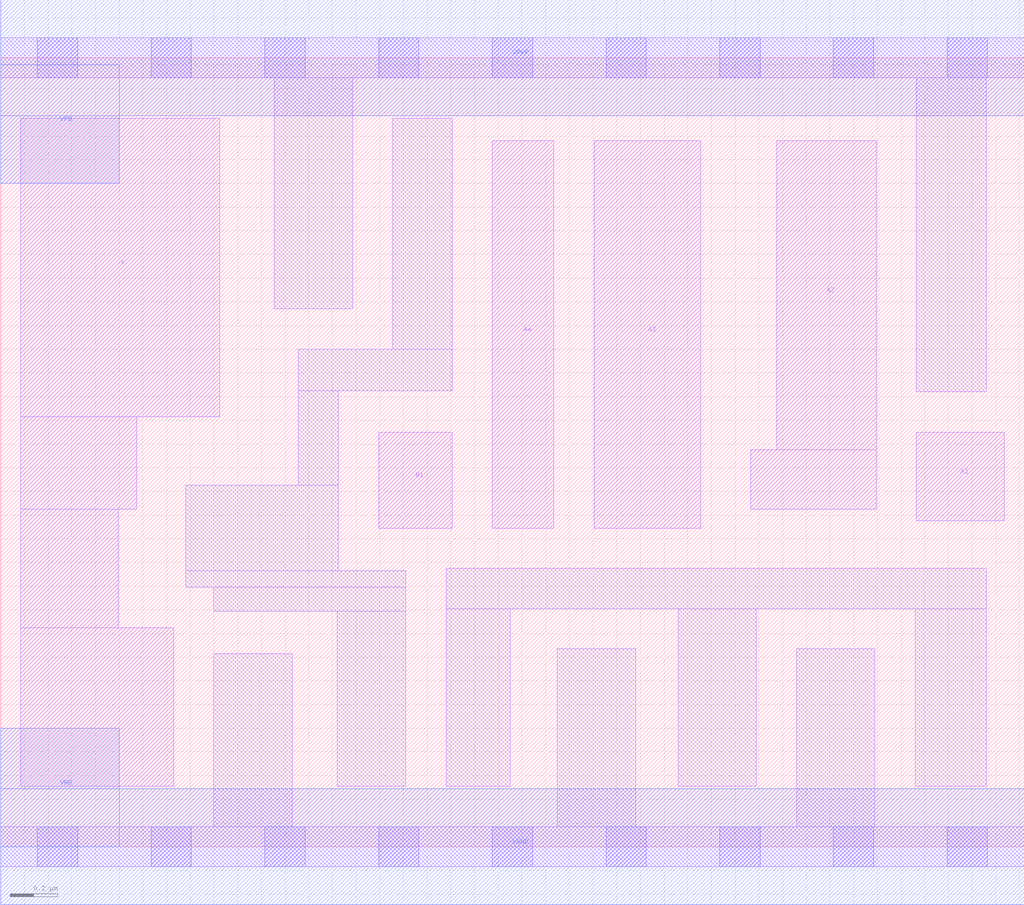
<source format=lef>
# Copyright 2020 The SkyWater PDK Authors
#
# Licensed under the Apache License, Version 2.0 (the "License");
# you may not use this file except in compliance with the License.
# You may obtain a copy of the License at
#
#     https://www.apache.org/licenses/LICENSE-2.0
#
# Unless required by applicable law or agreed to in writing, software
# distributed under the License is distributed on an "AS IS" BASIS,
# WITHOUT WARRANTIES OR CONDITIONS OF ANY KIND, either express or implied.
# See the License for the specific language governing permissions and
# limitations under the License.
#
# SPDX-License-Identifier: Apache-2.0

VERSION 5.5 ;
NAMESCASESENSITIVE ON ;
BUSBITCHARS "[]" ;
DIVIDERCHAR "/" ;
MACRO sky130_fd_sc_lp__o41a_1
  CLASS CORE ;
  SOURCE USER ;
  ORIGIN  0.000000  0.000000 ;
  SIZE  4.320000 BY  3.330000 ;
  SYMMETRY X Y R90 ;
  SITE unit ;
  PIN A1
    ANTENNAGATEAREA  0.315000 ;
    DIRECTION INPUT ;
    USE SIGNAL ;
    PORT
      LAYER li1 ;
        RECT 3.865000 1.375000 4.235000 1.750000 ;
    END
  END A1
  PIN A2
    ANTENNAGATEAREA  0.315000 ;
    DIRECTION INPUT ;
    USE SIGNAL ;
    PORT
      LAYER li1 ;
        RECT 3.165000 1.425000 3.695000 1.675000 ;
        RECT 3.275000 1.675000 3.695000 2.980000 ;
    END
  END A2
  PIN A3
    ANTENNAGATEAREA  0.315000 ;
    DIRECTION INPUT ;
    USE SIGNAL ;
    PORT
      LAYER li1 ;
        RECT 2.505000 1.345000 2.955000 2.980000 ;
    END
  END A3
  PIN A4
    ANTENNAGATEAREA  0.315000 ;
    DIRECTION INPUT ;
    USE SIGNAL ;
    PORT
      LAYER li1 ;
        RECT 2.075000 1.345000 2.335000 2.980000 ;
    END
  END A4
  PIN B1
    ANTENNAGATEAREA  0.315000 ;
    DIRECTION INPUT ;
    USE SIGNAL ;
    PORT
      LAYER li1 ;
        RECT 1.595000 1.345000 1.905000 1.750000 ;
    END
  END B1
  PIN X
    ANTENNADIFFAREA  1.270500 ;
    DIRECTION OUTPUT ;
    USE SIGNAL ;
    PORT
      LAYER li1 ;
        RECT 0.085000 0.255000 0.730000 0.925000 ;
        RECT 0.085000 0.925000 0.495000 1.425000 ;
        RECT 0.085000 1.425000 0.575000 1.815000 ;
        RECT 0.085000 1.815000 0.925000 3.075000 ;
    END
  END X
  PIN VGND
    DIRECTION INOUT ;
    USE GROUND ;
    PORT
      LAYER met1 ;
        RECT 0.000000 -0.245000 4.320000 0.245000 ;
    END
  END VGND
  PIN VNB
    DIRECTION INOUT ;
    USE GROUND ;
    PORT
      LAYER met1 ;
        RECT 0.000000 0.000000 0.500000 0.500000 ;
    END
  END VNB
  PIN VPB
    DIRECTION INOUT ;
    USE POWER ;
    PORT
      LAYER met1 ;
        RECT 0.000000 2.800000 0.500000 3.300000 ;
    END
  END VPB
  PIN VPWR
    DIRECTION INOUT ;
    USE POWER ;
    PORT
      LAYER met1 ;
        RECT 0.000000 3.085000 4.320000 3.575000 ;
    END
  END VPWR
  OBS
    LAYER li1 ;
      RECT 0.000000 -0.085000 4.320000 0.085000 ;
      RECT 0.000000  3.245000 4.320000 3.415000 ;
      RECT 0.780000  1.095000 1.710000 1.165000 ;
      RECT 0.780000  1.165000 1.425000 1.525000 ;
      RECT 0.900000  0.085000 1.230000 0.815000 ;
      RECT 0.900000  0.995000 1.710000 1.095000 ;
      RECT 1.155000  2.270000 1.485000 3.245000 ;
      RECT 1.255000  1.525000 1.425000 1.925000 ;
      RECT 1.255000  1.925000 1.905000 2.100000 ;
      RECT 1.420000  0.255000 1.710000 0.995000 ;
      RECT 1.655000  2.100000 1.905000 3.075000 ;
      RECT 1.880000  0.255000 2.150000 1.005000 ;
      RECT 1.880000  1.005000 4.160000 1.175000 ;
      RECT 2.350000  0.085000 2.680000 0.835000 ;
      RECT 2.860000  0.255000 3.190000 1.005000 ;
      RECT 3.360000  0.085000 3.690000 0.835000 ;
      RECT 3.860000  0.255000 4.160000 1.005000 ;
      RECT 3.865000  1.920000 4.160000 3.245000 ;
    LAYER mcon ;
      RECT 0.155000 -0.085000 0.325000 0.085000 ;
      RECT 0.155000  3.245000 0.325000 3.415000 ;
      RECT 0.635000 -0.085000 0.805000 0.085000 ;
      RECT 0.635000  3.245000 0.805000 3.415000 ;
      RECT 1.115000 -0.085000 1.285000 0.085000 ;
      RECT 1.115000  3.245000 1.285000 3.415000 ;
      RECT 1.595000 -0.085000 1.765000 0.085000 ;
      RECT 1.595000  3.245000 1.765000 3.415000 ;
      RECT 2.075000 -0.085000 2.245000 0.085000 ;
      RECT 2.075000  3.245000 2.245000 3.415000 ;
      RECT 2.555000 -0.085000 2.725000 0.085000 ;
      RECT 2.555000  3.245000 2.725000 3.415000 ;
      RECT 3.035000 -0.085000 3.205000 0.085000 ;
      RECT 3.035000  3.245000 3.205000 3.415000 ;
      RECT 3.515000 -0.085000 3.685000 0.085000 ;
      RECT 3.515000  3.245000 3.685000 3.415000 ;
      RECT 3.995000 -0.085000 4.165000 0.085000 ;
      RECT 3.995000  3.245000 4.165000 3.415000 ;
  END
END sky130_fd_sc_lp__o41a_1
END LIBRARY

</source>
